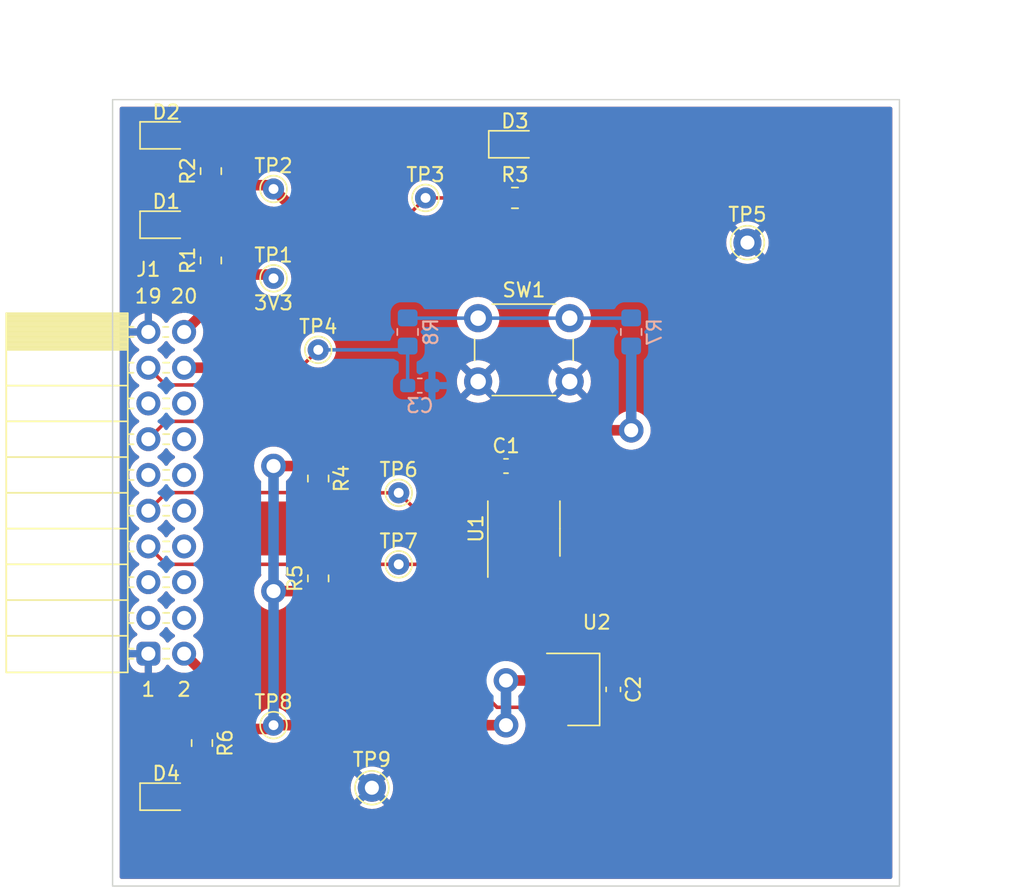
<source format=kicad_pcb>
(kicad_pcb (version 20211014) (generator pcbnew)
  (layers (0 "F.Cu" signal) (31 "B.Cu" signal) (34 "B.Paste" user) (35 "F.Paste" user) (36 "B.SilkS" user "B.Silkscreen") (37 "F.SilkS" user "F.Silkscreen") (38 "B.Mask" user) (39 "F.Mask" user) (44 "Edge.Cuts" user))
  (net 0 "")
  (net 1 "/USER_BTN")
  (net 2 "GND")
  (net 3 "VMCU")
  (net 4 "Net-(D1-Pad2)")
  (net 5 "Net-(D2-Pad2)")
  (net 6 "Net-(D3-Pad2)")
  (net 7 "Net-(D4-Pad2)")
  (net 12 "/SDA")
  (net 14 "/SCL")
  (net 21 "/USER_LED")
  (net 22 "+5V")
  (net 23 "+3V3")
  (net 24 "Net-(R1-Pad2)")
  (footprint "Capacitor_SMD:C_0603_1608Metric_Pad1.08x0.95mm_HandSolder" (layer "F.Cu") (at 86.36 69.215)
    (fp_text reference "C1" (at 0 -1.43) (layer "F.SilkS"))
    (fp_text value "100n")
    (fp_line (start -0.146267 0.51) (end 0.146267 0.51) (layer "F.SilkS") (width 0.12))
    (fp_line (start -0.146267 -0.51) (end 0.146267 -0.51) (layer "F.SilkS") (width 0.12))
    (pad "1" smd roundrect (at -0.8625 0) (size 1.075 0.95) (layers "F.Cu" "F.Paste" "F.Mask") (net 3 "VMCU"))
    (pad "2" smd roundrect (at 0.8625 0) (size 1.075 0.95) (layers "F.Cu" "F.Paste" "F.Mask") (net 2 "GND"))
  )
  (footprint "TestPoint:TestPoint_THTPad_D1.5mm_Drill0.7mm" (layer "F.Cu") (at 73.025 60.96)
    (fp_text reference "TP4" (at 0 -1.648) (layer "F.SilkS"))
    (fp_text value "USER_BTN")
    (fp_circle (center 0 0) (end 0 0.95) (layer "F.SilkS") (width 0.12) (fill none))
    (pad "1" thru_hole circle (at 0 0) (size 1.5 1.5) (drill 0.7) (layers *.Cu *.Mask) (net 1 "/USER_BTN"))
  )
  (footprint "Button_Switch_THT:SW_PUSH_6mm" (layer "F.Cu") (at 84.38 58.71)
    (fp_text reference "SW1" (at 3.25 -2) (layer "F.SilkS"))
    (fp_text value "SW_Push")
    (fp_line (start 6.75 3) (end 6.75 1.5) (layer "F.SilkS") (width 0.12))
    (fp_line (start 5.5 -1) (end 1 -1) (layer "F.SilkS") (width 0.12))
    (fp_line (start -0.25 1.5) (end -0.25 3) (layer "F.SilkS") (width 0.12))
    (fp_line (start 1 5.5) (end 5.5 5.5) (layer "F.SilkS") (width 0.12))
    (pad "1" thru_hole circle (at 6.5 0 90) (size 2 2) (drill 1.1) (layers *.Cu *.Mask) (net 24 "Net-(R1-Pad2)"))
    (pad "1" thru_hole circle (at 0 0 90) (size 2 2) (drill 1.1) (layers *.Cu *.Mask) (net 24 "Net-(R1-Pad2)"))
    (pad "2" thru_hole circle (at 6.5 4.5 90) (size 2 2) (drill 1.1) (layers *.Cu *.Mask) (net 2 "GND"))
    (pad "2" thru_hole circle (at 0 4.5 90) (size 2 2) (drill 1.1) (layers *.Cu *.Mask) (net 2 "GND"))
  )
  (footprint "TestPoint:TestPoint_THTPad_D1.5mm_Drill0.7mm" (layer "F.Cu") (at 69.85 87.63)
    (fp_text reference "TP8" (at 0 -1.648) (layer "F.SilkS"))
    (fp_text value "VMCU")
    (fp_circle (center 0 0) (end 0 0.95) (layer "F.SilkS") (width 0.12) (fill none))
    (pad "1" thru_hole circle (at 0 0) (size 1.5 1.5) (drill 0.7) (layers *.Cu *.Mask) (net 3 "VMCU"))
  )
  (footprint "STK3700_Expansion_board:PinSocket_2x10_P2.54mm_Horizontal_Reversed" (layer "F.Cu") (at 63.5 59.69)
    (fp_text reference "J1" (at -2.54 -4.445) (layer "F.SilkS"))
    (fp_text value "STK3700_Exp_Conn")
    (fp_text user "1" (at -2.54 25.4 unlocked) (layer "F.SilkS"))
    (fp_text user "2" (at 0 25.4 unlocked) (layer "F.SilkS"))
    (fp_text user "20" (at 0 -2.54 unlocked) (layer "F.SilkS"))
    (fp_text user "19" (at -2.54 -2.54 unlocked) (layer "F.SilkS"))
    (fp_line (start -12.63 0.325235) (end -4 0.325235) (layer "F.SilkS") (width 0.12))
    (fp_line (start -12.63 24.19) (end -4 24.19) (layer "F.SilkS") (width 0.12))
    (fp_line (start -12.63 0.67952) (end -4 0.67952) (layer "F.SilkS") (width 0.12))
    (fp_line (start -4 5.44) (end -3.59 5.44) (layer "F.SilkS") (width 0.12))
    (fp_line (start -1.49 2.9) (end -1.05 2.9) (layer "F.SilkS") (width 0.12))
    (fp_line (start -12.63 -0.02905) (end -4 -0.02905) (layer "F.SilkS") (width 0.12))
    (fp_line (start -1.49 4.72) (end -1.05 4.72) (layer "F.SilkS") (width 0.12))
    (fp_line (start -4 19.96) (end -3.59 19.96) (layer "F.SilkS") (width 0.12))
    (fp_line (start -1.49 9.8) (end -1.05 9.8) (layer "F.SilkS") (width 0.12))
    (fp_line (start -1.49 18.14) (end -1.05 18.14) (layer "F.SilkS") (width 0.12))
    (fp_line (start -1.49 -0.36) (end -1.11 -0.36) (layer "F.SilkS") (width 0.12))
    (fp_line (start -1.49 10.52) (end -1.05 10.52) (layer "F.SilkS") (width 0.12))
    (fp_line (start -4 10.52) (end -3.59 10.52) (layer "F.SilkS") (width 0.12))
    (fp_line (start -1.49 22.5) (end -1.05 22.5) (layer "F.SilkS") (width 0.12))
    (fp_line (start -4 7.98) (end -3.59 7.98) (layer "F.SilkS") (width 0.12))
    (fp_line (start -12.63 11.43) (end -4 11.43) (layer "F.SilkS") (width 0.12))
    (fp_line (start -4 22.5) (end -3.59 22.5) (layer "F.SilkS") (width 0.12))
    (fp_line (start -1.49 20.68) (end -1.05 20.68) (layer "F.SilkS") (width 0.12))
    (fp_line (start -12.63 -0.97381) (end -4 -0.97381) (layer "F.SilkS") (width 0.12))
    (fp_line (start -12.63 0.797615) (end -4 0.797615) (layer "F.SilkS") (width 0.12))
    (fp_line (start -4 17.42) (end -3.59 17.42) (layer "F.SilkS") (width 0.12))
    (fp_line (start -1.49 17.42) (end -1.05 17.42) (layer "F.SilkS") (width 0.12))
    (fp_line (start -12.63 0.089045) (end -4 0.089045) (layer "F.SilkS") (width 0.12))
    (fp_line (start -12.63 19.05) (end -4 19.05) (layer "F.SilkS") (width 0.12))
    (fp_line (start -12.63 -1.091905) (end -4 -1.091905) (layer "F.SilkS") (width 0.12))
    (fp_line (start -12.63 8.89) (end -4 8.89) (layer "F.SilkS") (width 0.12))
    (fp_line (start -4 23.22) (end -3.59 23.22) (layer "F.SilkS") (width 0.12))
    (fp_line (start -12.63 6.35) (end -4 6.35) (layer "F.SilkS") (width 0.12))
    (fp_line (start -1.49 7.98) (end -1.05 7.98) (layer "F.SilkS") (width 0.12))
    (fp_line (start -4 2.9) (end -3.59 2.9) (layer "F.SilkS") (width 0.12))
    (fp_line (start -12.63 0.561425) (end -4 0.561425) (layer "F.SilkS") (width 0.12))
    (fp_line (start -1.49 7.26) (end -1.05 7.26) (layer "F.SilkS") (width 0.12))
    (fp_line (start -4 -1.33) (end -4 24.19) (layer "F.SilkS") (width 0.12))
    (fp_line (start -12.63 1.27) (end -4 1.27) (layer "F.SilkS") (width 0.12))
    (fp_line (start -1.49 0.36) (end -1.11 0.36) (layer "F.SilkS") (width 0.12))
    (fp_line (start -12.63 1.1519) (end -4 1.1519) (layer "F.SilkS") (width 0.12))
    (fp_line (start -1.49 15.6) (end -1.05 15.6) (layer "F.SilkS") (width 0.12))
    (fp_line (start -12.63 1.033805) (end -4 1.033805) (layer "F.SilkS") (width 0.12))
    (fp_line (start -1.49 5.44) (end -1.05 5.44) (layer "F.SilkS") (width 0.12))
    (fp_line (start -4 14.88) (end -3.59 14.88) (layer "F.SilkS") (width 0.12))
    (fp_line (start -12.63 -0.383335) (end -4 -0.383335) (layer "F.SilkS") (width 0.12))
    (fp_line (start -4 20.68) (end -3.59 20.68) (layer "F.SilkS") (width 0.12))
    (fp_line (start -4 2.18) (end -3.59 2.18) (layer "F.SilkS") (width 0.12))
    (fp_line (start -4 9.8) (end -3.59 9.8) (layer "F.SilkS") (width 0.12))
    (fp_line (start -12.63 13.97) (end -4 13.97) (layer "F.SilkS") (width 0.12))
    (fp_line (start -1.49 2.18) (end -1.05 2.18) (layer "F.SilkS") (width 0.12))
    (fp_line (start -12.63 -0.147145) (end -4 -0.147145) (layer "F.SilkS") (width 0.12))
    (fp_line (start -12.63 -0.50143) (end -4 -0.50143) (layer "F.SilkS") (width 0.12))
    (fp_line (start -4 13.06) (end -3.59 13.06) (layer "F.SilkS") (width 0.12))
    (fp_line (start -1.49 13.06) (end -1.05 13.06) (layer "F.SilkS") (width 0.12))
    (fp_line (start -1.49 23.22) (end -1.05 23.22) (layer "F.SilkS") (width 0.12))
    (fp_line (start -12.63 0.20714) (end -4 0.20714) (layer "F.SilkS") (width 0.12))
    (fp_line (start -4 18.14) (end -3.59 18.14) (layer "F.SilkS") (width 0.12))
    (fp_line (start -12.63 -1.33) (end -4 -1.33) (layer "F.SilkS") (width 0.12))
    (fp_line (start -4 15.6) (end -3.59 15.6) (layer "F.SilkS") (width 0.12))
    (fp_line (start -4 4.72) (end -3.59 4.72) (layer "F.SilkS") (width 0.12))
    (fp_line (start -12.63 16.51) (end -4 16.51) (layer "F.SilkS") (width 0.12))
    (fp_line (start -12.63 0.91571) (end -4 0.91571) (layer "F.SilkS") (width 0.12))
    (fp_line (start -4 -0.36) (end -3.59 -0.36) (layer "F.SilkS") (width 0.12))
    (fp_line (start -4 7.26) (end -3.59 7.26) (layer "F.SilkS") (width 0.12))
    (fp_line (start -12.63 21.59) (end -4 21.59) (layer "F.SilkS") (width 0.12))
    (fp_line (start -12.63 -0.855715) (end -4 -0.855715) (layer "F.SilkS") (width 0.12))
    (fp_line (start -1.49 19.96) (end -1.05 19.96) (layer "F.SilkS") (width 0.12))
    (fp_line (start -1.49 14.88) (end -1.05 14.88) (layer "F.SilkS") (width 0.12))
    (fp_line (start -12.63 -0.26524) (end -4 -0.26524) (layer "F.SilkS") (width 0.12))
    (fp_line (start -1.49 12.34) (end -1.05 12.34) (layer "F.SilkS") (width 0.12))
    (fp_line (start -12.63 -0.619525) (end -4 -0.619525) (layer "F.SilkS") (width 0.12))
    (fp_line (start -12.63 3.81) (end -4 3.81) (layer "F.SilkS") (width 0.12))
    (fp_line (start -12.63 -1.21) (end -4 -1.21) (layer "F.SilkS") (width 0.12))
    (fp_line (start -12.63 -0.73762) (end -4 -0.73762) (layer "F.SilkS") (width 0.12))
    (fp_line (start -12.63 0.44333) (end -4 0.44333) (layer "F.SilkS") (width 0.12))
    (fp_line (start -12.63 -1.33) (end -12.63 24.19) (layer "F.SilkS") (width 0.12))
    (fp_line (start -4 12.34) (end -3.59 12.34) (layer "F.SilkS") (width 0.12))
    (fp_line (start -4 0.36) (end -3.59 0.36) (layer "F.SilkS") (width 0.12))
    (pad "1" thru_hole roundrect (at -2.54 22.86) (size 1.7 1.7) (drill 1) (layers *.Cu *.Mask) (net 2 "GND"))
    (pad "2" thru_hole oval (at 0 22.86) (size 1.7 1.7) (drill 1) (layers *.Cu *.Mask) (net 3 "VMCU"))
    (pad "3" thru_hole oval (at -2.54 20.32) (size 1.7 1.7) (drill 1) (layers *.Cu *.Mask))
    (pad "4" thru_hole oval (at 0 20.32) (size 1.7 1.7) (drill 1) (layers *.Cu *.Mask))
    (pad "5" thru_hole oval (at -2.54 17.78) (size 1.7 1.7) (drill 1) (layers *.Cu *.Mask))
    (pad "6" thru_hole oval (at 0 17.78) (size 1.7 1.7) (drill 1) (layers *.Cu *.Mask))
    (pad "7" thru_hole oval (at -2.54 15.24) (size 1.7 1.7) (drill 1) (layers *.Cu *.Mask) (net 12 "/SDA"))
    (pad "8" thru_hole oval (at 0 15.24) (size 1.7 1.7) (drill 1) (layers *.Cu *.Mask))
    (pad "9" thru_hole oval (at -2.54 12.7) (size 1.7 1.7) (drill 1) (layers *.Cu *.Mask) (net 14 "/SCL"))
    (pad "10" thru_hole oval (at 0 12.7) (size 1.7 1.7) (drill 1) (layers *.Cu *.Mask))
    (pad "11" thru_hole oval (at -2.54 10.16) (size 1.7 1.7) (drill 1) (layers *.Cu *.Mask))
    (pad "12" thru_hole oval (at 0 10.16) (size 1.7 1.7) (drill 1) (layers *.Cu *.Mask))
    (pad "13" thru_hole oval (at -2.54 7.62) (size 1.7 1.7) (drill 1) (layers *.Cu *.Mask) (net 1 "/USER_BTN"))
    (pad "14" thru_hole oval (at 0 7.62) (size 1.7 1.7) (drill 1) (layers *.Cu *.Mask))
    (pad "15" thru_hole oval (at -2.54 5.08) (size 1.7 1.7) (drill 1) (layers *.Cu *.Mask))
    (pad "16" thru_hole oval (at 0 5.08) (size 1.7 1.7) (drill 1) (layers *.Cu *.Mask))
    (pad "17" thru_hole oval (at -2.54 2.54) (size 1.7 1.7) (drill 1) (layers *.Cu *.Mask) (net 21 "/USER_LED"))
    (pad "18" thru_hole oval (at 0 2.54) (size 1.7 1.7) (drill 1) (layers *.Cu *.Mask) (net 22 "+5V"))
    (pad "19" thru_hole oval (at -2.54 0) (size 1.7 1.7) (drill 1) (layers *.Cu *.Mask) (net 2 "GND"))
    (pad "20" thru_hole circle (at 0 0) (size 1.7 1.7) (drill 1) (layers *.Cu *.Mask) (net 23 "+3V3"))
  )
  (footprint "Resistor_SMD:R_0805_2012Metric_Pad1.20x1.40mm_HandSolder" (layer "F.Cu") (at 65.405 48.26 90)
    (fp_text reference "R2" (at 0 -1.65 90) (layer "F.SilkS"))
    (fp_text value "1k5")
    (fp_line (start -0.227064 0.735) (end 0.227064 0.735) (layer "F.SilkS") (width 0.12))
    (fp_line (start -0.227064 -0.735) (end 0.227064 -0.735) (layer "F.SilkS") (width 0.12))
    (pad "1" smd roundrect (at -1 0 90) (size 1.2 1.4) (layers "F.Cu" "F.Paste" "F.Mask") (roundrect_rratio 0.2083333333) (net 22 "+5V"))
    (pad "2" smd roundrect (at 1 0 90) (size 1.2 1.4) (layers "F.Cu" "F.Paste" "F.Mask") (roundrect_rratio 0.2083333333) (net 5 "Net-(D2-Pad2)"))
  )
  (footprint "TestPoint:TestPoint_THTPad_D1.5mm_Drill0.7mm" (layer "F.Cu") (at 80.645 50.165)
    (fp_text reference "TP3" (at 0 -1.648) (layer "F.SilkS"))
    (fp_text value "USER_LED")
    (fp_circle (center 0 0) (end 0 0.95) (layer "F.SilkS") (width 0.12) (fill none))
    (pad "1" thru_hole circle (at 0 0) (size 1.5 1.5) (drill 0.7) (layers *.Cu *.Mask) (net 21 "/USER_LED"))
  )
  (footprint "TestPoint:TestPoint_THTPad_D1.5mm_Drill0.7mm" (layer "F.Cu") (at 78.74 76.2)
    (fp_text reference "TP7" (at 0 -1.648) (layer "F.SilkS"))
    (fp_text value "SDA")
    (fp_circle (center 0 0) (end 0 0.95) (layer "F.SilkS") (width 0.12) (fill none))
    (pad "1" thru_hole circle (at 0 0) (size 1.5 1.5) (drill 0.7) (layers *.Cu *.Mask) (net 12 "/SDA"))
  )
  (footprint "LED_SMD:LED_0805_2012Metric_Pad1.15x1.40mm_HandSolder" (layer "F.Cu") (at 62.23 92.71)
    (fp_text reference "D4" (at 0 -1.65) (layer "F.SilkS"))
    (fp_text value "Green")
    (fp_line (start -1.86 0.96) (end 1 0.96) (layer "F.SilkS") (width 0.12))
    (fp_line (start 1 -0.96) (end -1.86 -0.96) (layer "F.SilkS") (width 0.12))
    (fp_line (start -1.86 -0.96) (end -1.86 0.96) (layer "F.SilkS") (width 0.12))
    (pad "1" smd roundrect (at -1.025 0) (size 1.15 1.4) (layers "F.Cu" "F.Paste" "F.Mask") (roundrect_rratio 0.2173913043) (net 2 "GND"))
    (pad "2" smd roundrect (at 1.025 0) (size 1.15 1.4) (layers "F.Cu" "F.Paste" "F.Mask") (roundrect_rratio 0.2173913043) (net 7 "Net-(D4-Pad2)"))
  )
  (footprint "LED_SMD:LED_0805_2012Metric_Pad1.15x1.40mm_HandSolder" (layer "F.Cu") (at 62.23 52.07)
    (fp_text reference "D1" (at 0 -1.65) (layer "F.SilkS"))
    (fp_text value "Yellow")
    (fp_line (start -1.86 0.96) (end 1 0.96) (layer "F.SilkS") (width 0.12))
    (fp_line (start -1.86 -0.96) (end -1.86 0.96) (layer "F.SilkS") (width 0.12))
    (fp_line (start 1 -0.96) (end -1.86 -0.96) (layer "F.SilkS") (width 0.12))
    (pad "1" smd roundrect (at -1.025 0) (size 1.15 1.4) (layers "F.Cu" "F.Paste" "F.Mask") (roundrect_rratio 0.2173913043) (net 2 "GND"))
    (pad "2" smd roundrect (at 1.025 0) (size 1.15 1.4) (layers "F.Cu" "F.Paste" "F.Mask") (roundrect_rratio 0.2173913043) (net 6 "Net-(D3-Pad2)"))
  )
  (footprint "TestPoint:TestPoint_THTPad_D2.0mm_Drill1.0mm" (layer "F.Cu") (at 103.505 53.34)
    (fp_text reference "TP5" (at 0 -1.998) (layer "F.SilkS"))
    (fp_text value "GND")
    (fp_circle (center 0 0) (end 0 1.2) (layer "F.SilkS") (width 0.12) (fill none))
    (pad "1" thru_hole circle (at 0 0) (size 2 2) (drill 1) (layers *.Cu *.Mask) (net 2 "GND"))
  )
  (footprint "Resistor_SMD:R_0805_2012Metric_Pad1.20x1.40mm_HandSolder" (layer "F.Cu") (at 73.025 77.2 90)
    (fp_text reference "R5" (at 0 -1.65 90) (layer "F.SilkS"))
    (fp_text value "4k7")
    (fp_line (start -0.227064 0.735) (end 0.227064 0.735) (layer "F.SilkS") (width 0.12))
    (fp_line (start -0.227064 -0.735) (end 0.227064 -0.735) (layer "F.SilkS") (width 0.12))
    (pad "1" smd roundrect (at -1 0 90) (size 1.2 1.4) (layers "F.Cu" "F.Paste" "F.Mask") (roundrect_rratio 0.2083333333) (net 3 "VMCU"))
    (pad "2" smd roundrect (at 1 0 90) (size 1.2 1.4) (layers "F.Cu" "F.Paste" "F.Mask") (roundrect_rratio 0.2083333333) (net 12 "/SDA"))
  )
  (footprint "TestPoint:TestPoint_THTPad_D1.5mm_Drill0.7mm" (layer "F.Cu") (at 69.85 49.53)
    (fp_text reference "TP2" (at 0 -1.648) (layer "F.SilkS"))
    (fp_text value "5V")
    (fp_circle (center 0 0) (end 0 0.95) (layer "F.SilkS") (width 0.12) (fill none))
    (pad "1" thru_hole circle (at 0 0) (size 1.5 1.5) (drill 0.7) (layers *.Cu *.Mask) (net 22 "+5V"))
  )
  (footprint "TestPoint:TestPoint_THTPad_D1.5mm_Drill0.7mm" (layer "F.Cu") (at 69.85 55.88)
    (fp_text reference "TP1" (at 0 -1.648) (layer "F.SilkS"))
    (fp_text value "3V3" (at 0 1.75) (layer "F.SilkS"))
    (fp_circle (center 0 0) (end 0 0.95) (layer "F.SilkS") (width 0.12) (fill none))
    (pad "1" thru_hole circle (at 0 0) (size 1.5 1.5) (drill 0.7) (layers *.Cu *.Mask) (net 23 "+3V3"))
  )
  (footprint "Capacitor_SMD:C_0603_1608Metric_Pad1.08x0.95mm_HandSolder" (layer "F.Cu") (at 93.98 85.09 -90)
    (fp_text reference "C2" (at 0 -1.43 90) (layer "F.SilkS"))
    (fp_text value "100n")
    (fp_line (start -0.146267 0.51) (end 0.146267 0.51) (layer "F.SilkS") (width 0.12))
    (fp_line (start -0.146267 -0.51) (end 0.146267 -0.51) (layer "F.SilkS") (width 0.12))
    (pad "1" smd roundrect (at -0.8625 0 270) (size 1.075 0.95) (layers "F.Cu" "F.Paste" "F.Mask") (net 3 "VMCU"))
    (pad "2" smd roundrect (at 0.8625 0 270) (size 1.075 0.95) (layers "F.Cu" "F.Paste" "F.Mask") (net 2 "GND"))
  )
  (footprint "Package_SO:SO-8_3.9x4.9mm_P1.27mm" (layer "F.Cu") (at 87.63 73.66 90)
    (fp_text reference "U1" (at 0 -3.4 90) (layer "F.SilkS"))
    (fp_text value "LM75C")
    (fp_line (start 0 -2.56) (end -3.45 -2.56) (layer "F.SilkS") (width 0.12))
    (fp_line (start 0 2.56) (end 1.95 2.56) (layer "F.SilkS") (width 0.12))
    (fp_line (start 0 2.56) (end -1.95 2.56) (layer "F.SilkS") (width 0.12))
    (fp_line (start 0 -2.56) (end 1.95 -2.56) (layer "F.SilkS") (width 0.12))
    (pad "1" smd roundrect (at -2.575 -1.905 90) (size 1.75 0.6) (layers "F.Cu" "F.Paste" "F.Mask") (net 12 "/SDA"))
    (pad "2" smd roundrect (at -2.575 -0.635 90) (size 1.75 0.6) (layers "F.Cu" "F.Paste" "F.Mask") (net 14 "/SCL"))
    (pad "3" smd roundrect (at -2.575 0.635 90) (size 1.75 0.6) (layers "F.Cu" "F.Paste" "F.Mask"))
    (pad "4" smd roundrect (at -2.575 1.905 90) (size 1.75 0.6) (layers "F.Cu" "F.Paste" "F.Mask") (net 2 "GND"))
    (pad "5" smd roundrect (at 2.575 1.905 90) (size 1.75 0.6) (layers "F.Cu" "F.Paste" "F.Mask") (net 2 "GND"))
    (pad "6" smd roundrect (at 2.575 0.635 90) (size 1.75 0.6) (layers "F.Cu" "F.Paste" "F.Mask") (net 2 "GND"))
    (pad "7" smd roundrect (at 2.575 -0.635 90) (size 1.75 0.6) (layers "F.Cu" "F.Paste" "F.Mask") (net 2 "GND"))
    (pad "8" smd roundrect (at 2.575 -1.905 90) (size 1.75 0.6) (layers "F.Cu" "F.Paste" "F.Mask") (net 3 "VMCU"))
  )
  (footprint "LED_SMD:LED_0805_2012Metric_Pad1.15x1.40mm_HandSolder" (layer "F.Cu") (at 86.995 46.355)
    (fp_text reference "D3" (at 0 -1.65) (layer "F.SilkS"))
    (fp_text value "Yellow")
    (fp_line (start -1.86 -0.96) (end -1.86 0.96) (layer "F.SilkS") (width 0.12))
    (fp_line (start -1.86 0.96) (end 1 0.96) (layer "F.SilkS") (width 0.12))
    (fp_line (start 1 -0.96) (end -1.86 -0.96) (layer "F.SilkS") (width 0.12))
    (pad "1" smd roundrect (at -1.025 0) (size 1.15 1.4) (layers "F.Cu" "F.Paste" "F.Mask") (roundrect_rratio 0.2173913043) (net 2 "GND"))
    (pad "2" smd roundrect (at 1.025 0) (size 1.15 1.4) (layers "F.Cu" "F.Paste" "F.Mask") (roundrect_rratio 0.2173913043) (net 4 "Net-(D1-Pad2)"))
  )
  (footprint "Resistor_SMD:R_0805_2012Metric_Pad1.20x1.40mm_HandSolder" (layer "F.Cu") (at 65.405 54.61 90)
    (fp_text reference "R1" (at 0 -1.65 90) (layer "F.SilkS"))
    (fp_text value "680")
    (fp_line (start -0.227064 -0.735) (end 0.227064 -0.735) (layer "F.SilkS") (width 0.12))
    (fp_line (start -0.227064 0.735) (end 0.227064 0.735) (layer "F.SilkS") (width 0.12))
    (pad "1" smd roundrect (at -1 0 90) (size 1.2 1.4) (layers "F.Cu" "F.Paste" "F.Mask") (roundrect_rratio 0.2083333333) (net 23 "+3V3"))
    (pad "2" smd roundrect (at 1 0 90) (size 1.2 1.4) (layers "F.Cu" "F.Paste" "F.Mask") (roundrect_rratio 0.2083333333) (net 6 "Net-(D3-Pad2)"))
  )
  (footprint "TestPoint:TestPoint_THTPad_D1.5mm_Drill0.7mm" (layer "F.Cu") (at 78.74 71.12)
    (fp_text reference "TP6" (at 0 -1.648) (layer "F.SilkS"))
    (fp_text value "SCL")
    (fp_circle (center 0 0) (end 0 0.95) (layer "F.SilkS") (width 0.12) (fill none))
    (pad "1" thru_hole circle (at 0 0) (size 1.5 1.5) (drill 0.7) (layers *.Cu *.Mask) (net 14 "/SCL"))
  )
  (footprint "TestPoint:TestPoint_THTPad_D2.0mm_Drill1.0mm" (layer "F.Cu") (at 76.835 92.075)
    (fp_text reference "TP9" (at 0 -1.998) (layer "F.SilkS"))
    (fp_text value "GND")
    (fp_circle (center 0 0) (end 0 1.2) (layer "F.SilkS") (width 0.12) (fill none))
    (pad "1" thru_hole circle (at 0 0) (size 2 2) (drill 1) (layers *.Cu *.Mask) (net 2 "GND"))
  )
  (footprint "Resistor_SMD:R_0805_2012Metric_Pad1.20x1.40mm_HandSolder" (layer "F.Cu") (at 64.77 88.9 -90)
    (fp_text reference "R6" (at 0 -1.65 90) (layer "F.SilkS"))
    (fp_text value "680")
    (fp_line (start -0.227064 0.735) (end 0.227064 0.735) (layer "F.SilkS") (width 0.12))
    (fp_line (start -0.227064 -0.735) (end 0.227064 -0.735) (layer "F.SilkS") (width 0.12))
    (pad "1" smd roundrect (at -1 0 270) (size 1.2 1.4) (layers "F.Cu" "F.Paste" "F.Mask") (roundrect_rratio 0.2083333333) (net 3 "VMCU"))
    (pad "2" smd roundrect (at 1 0 270) (size 1.2 1.4) (layers "F.Cu" "F.Paste" "F.Mask") (roundrect_rratio 0.2083333333) (net 7 "Net-(D4-Pad2)"))
  )
  (footprint "STK3700_Expansion_board:VEML7700_Top_View" (layer "F.Cu") (at 92.71 85.09)
    (fp_text reference "U2" (at 0.09 -4.77) (layer "F.SilkS"))
    (fp_text value "VEML7700")
    (fp_line (start 0.3 -2.56) (end 0.3 2.56) (layer "F.SilkS") (width 0.12))
    (fp_line (start 0.3 2.56) (end -1.95 2.56) (layer "F.SilkS") (width 0.12))
    (fp_line (start 0.3 -2.56) (end -3.45 -2.56) (layer "F.SilkS") (width 0.12))
    (pad "1" smd rect (at -2.575 -1.905) (size 2 0.7) (layers "F.Cu" "F.Paste" "F.Mask") (net 14 "/SCL"))
    (pad "2" smd roundrect (at -2.575 -0.635) (size 2 0.7) (layers "F.Cu" "F.Paste" "F.Mask") (net 3 "VMCU"))
    (pad "3" smd roundrect (at -2.575 0.635) (size 2 0.7) (layers "F.Cu" "F.Paste" "F.Mask") (net 2 "GND"))
    (pad "4" smd roundrect (at -2.575 1.905) (size 2 0.7) (layers "F.Cu" "F.Paste" "F.Mask") (net 12 "/SDA"))
  )
  (footprint "Resistor_SMD:R_0805_2012Metric_Pad1.20x1.40mm_HandSolder" (layer "F.Cu") (at 73.025 70.104 -90)
    (fp_text reference "R4" (at 0 -1.65 90) (layer "F.SilkS"))
    (fp_text value "4k7")
    (fp_line (start -0.227064 -0.735) (end 0.227064 -0.735) (layer "F.SilkS") (width 0.12))
    (fp_line (start -0.227064 0.735) (end 0.227064 0.735) (layer "F.SilkS") (width 0.12))
    (pad "1" smd roundrect (at -1 0 270) (size 1.2 1.4) (layers "F.Cu" "F.Paste" "F.Mask") (roundrect_rratio 0.2083333333) (net 3 "VMCU"))
    (pad "2" smd roundrect (at 1 0 270) (size 1.2 1.4) (layers "F.Cu" "F.Paste" "F.Mask") (roundrect_rratio 0.2083333333) (net 14 "/SCL"))
  )
  (footprint "LED_SMD:LED_0805_2012Metric_Pad1.15x1.40mm_HandSolder" (layer "F.Cu") (at 62.23 45.72)
    (fp_text reference "D2" (at 0 -1.65) (layer "F.SilkS"))
    (fp_text value "Red")
    (fp_line (start -1.86 0.96) (end 1 0.96) (layer "F.SilkS") (width 0.12))
    (fp_line (start -1.86 -0.96) (end -1.86 0.96) (layer "F.SilkS") (width 0.12))
    (fp_line (start 1 -0.96) (end -1.86 -0.96) (layer "F.SilkS") (width 0.12))
    (pad "1" smd roundrect (at -1.025 0) (size 1.15 1.4) (layers "F.Cu" "F.Paste" "F.Mask") (roundrect_rratio 0.2173913043) (net 2 "GND"))
    (pad "2" smd roundrect (at 1.025 0) (size 1.15 1.4) (layers "F.Cu" "F.Paste" "F.Mask") (roundrect_rratio 0.2173913043) (net 5 "Net-(D2-Pad2)"))
  )
  (footprint "Resistor_SMD:R_0805_2012Metric_Pad1.20x1.40mm_HandSolder" (layer "F.Cu") (at 86.995 50.165)
    (fp_text reference "R3" (at 0 -1.65) (layer "F.SilkS"))
    (fp_text value "680")
    (fp_line (start -0.227064 -0.735) (end 0.227064 -0.735) (layer "F.SilkS") (width 0.12))
    (fp_line (start -0.227064 0.735) (end 0.227064 0.735) (layer "F.SilkS") (width 0.12))
    (pad "1" smd roundrect (at -1 0) (size 1.2 1.4) (layers "F.Cu" "F.Paste" "F.Mask") (roundrect_rratio 0.2083333333) (net 21 "/USER_LED"))
    (pad "2" smd roundrect (at 1 0) (size 1.2 1.4) (layers "F.Cu" "F.Paste" "F.Mask") (roundrect_rratio 0.2083333333) (net 4 "Net-(D1-Pad2)"))
  )
  (footprint "Resistor_SMD:R_0805_2012Metric_Pad1.20x1.40mm_HandSolder" (layer "B.Cu") (at 79.375 59.69 90)
    (fp_text reference "R8" (at 0 1.65 90) (layer "B.SilkS") (effects (justify mirror)))
    (fp_text value "100")
    (fp_line (start -0.227064 0.735) (end 0.227064 0.735) (layer "B.SilkS") (width 0.12))
    (fp_line (start -0.227064 -0.735) (end 0.227064 -0.735) (layer "B.SilkS") (width 0.12))
    (pad "1" smd roundrect (at -1 0 90) (size 1.2 1.4) (layers "B.Cu" "B.Paste" "B.Mask") (roundrect_rratio 0.2083333333) (net 1 "/USER_BTN"))
    (pad "2" smd roundrect (at 1 0 90) (size 1.2 1.4) (layers "B.Cu" "B.Paste" "B.Mask") (roundrect_rratio 0.2083333333) (net 24 "Net-(R1-Pad2)"))
  )
  (footprint "Capacitor_SMD:C_0603_1608Metric_Pad1.08x0.95mm_HandSolder" (layer "B.Cu") (at 80.2375 63.5)
    (fp_text reference "C3" (at 0 1.43) (layer "B.SilkS") (effects (justify mirror)))
    (fp_text value "100n")
    (fp_line (start -0.146267 0.51) (end 0.146267 0.51) (layer "B.SilkS") (width 0.12))
    (fp_line (start -0.146267 -0.51) (end 0.146267 -0.51) (layer "B.SilkS") (width 0.12))
    (pad "1" smd roundrect (at -0.8625 0) (size 1.075 0.95) (layers "B.Cu" "B.Paste" "B.Mask") (net 1 "/USER_BTN"))
    (pad "2" smd roundrect (at 0.8625 0) (size 1.075 0.95) (layers "B.Cu" "B.Paste" "B.Mask") (net 2 "GND"))
  )
  (footprint "Resistor_SMD:R_0805_2012Metric_Pad1.20x1.40mm_HandSolder" (layer "B.Cu") (at 95.25 59.69 90)
    (fp_text reference "R7" (at 0 1.65 90) (layer "B.SilkS") (effects (justify mirror)))
    (fp_text value "100k")
    (fp_line (start -0.227064 0.735) (end 0.227064 0.735) (layer "B.SilkS") (width 0.12))
    (fp_line (start -0.227064 -0.735) (end 0.227064 -0.735) (layer "B.SilkS") (width 0.12))
    (pad "1" smd roundrect (at -1 0 90) (size 1.2 1.4) (layers "B.Cu" "B.Paste" "B.Mask") (roundrect_rratio 0.2083333333) (net 3 "VMCU"))
    (pad "2" smd roundrect (at 1 0 90) (size 1.2 1.4) (layers "B.Cu" "B.Paste" "B.Mask") (roundrect_rratio 0.2083333333) (net 24 "Net-(R1-Pad2)"))
  )
  (gr_rect (start 58.42 43.18) (end 114.3 99.06) (layer "Edge.Cuts") (width 0.1) (fill none))
  (segment (start 62.23 66.04) (end 67.945 66.04) (width 0.25) (layer "F.Cu") (net 1))
  (segment (start 60.96 67.31) (end 62.23 66.04) (width 0.25) (layer "F.Cu") (net 1))
  (segment (start 67.945 66.04) (end 73.025 60.96) (width 0.25) (layer "F.Cu") (net 1))
  (segment (start 79.375 60.69) (end 79.375 63.5) (width 0.25) (layer "B.Cu") (net 1))
  (segment (start 79.105 60.96) (end 73.025 60.96) (width 0.25) (layer "B.Cu") (net 1))
  (segment (start 79.375 60.69) (end 79.105 60.96) (width 0.25) (layer "B.Cu") (net 1))
  (segment (start 85.4975 69.215) (end 85.4975 69.182741) (width 0.75) (layer "F.Cu") (net 3))
  (segment (start 69.58 87.9) (end 69.85 87.63) (width 0.75) (layer "F.Cu") (net 3))
  (segment (start 93.7525 84.455) (end 93.98 84.2275) (width 0.75) (layer "F.Cu") (net 3))
  (segment (start 85.4975 69.182741) (end 88.005241 66.675) (width 0.75) (layer "F.Cu") (net 3))
  (segment (start 73.025 69.104) (end 85.3865 69.104) (width 0.75) (layer "F.Cu") (net 3))
  (segment (start 64.77 87.9) (end 64.77 83.82) (width 0.75) (layer "F.Cu") (net 3))
  (segment (start 85.725 69.4425) (end 85.4975 69.215) (width 0.75) (layer "F.Cu") (net 3))
  (segment (start 85.3865 69.104) (end 85.4975 69.215) (width 0.75) (layer "F.Cu") (net 3))
  (segment (start 64.77 87.9) (end 69.58 87.9) (width 0.75) (layer "F.Cu") (net 3))
  (segment (start 72.914 69.215) (end 73.025 69.104) (width 0.75) (layer "F.Cu") (net 3))
  (segment (start 88.005241 66.675) (end 95.25 66.675) (width 0.75) (layer "F.Cu") (net 3))
  (segment (start 69.85 69.215) (end 72.914 69.215) (width 0.75) (layer "F.Cu") (net 3))
  (segment (start 90.135 84.455) (end 93.7525 84.455) (width 0.75) (layer "F.Cu") (net 3))
  (segment (start 64.77 83.82) (end 63.5 82.55) (width 0.75) (layer "F.Cu") (net 3))
  (segment (start 86.36 84.455) (end 90.135 84.455) (width 0.75) (layer "F.Cu") (net 3))
  (segment (start 72.93 78.105) (end 73.025 78.2) (width 0.75) (layer "F.Cu") (net 3))
  (segment (start 85.725 71.085) (end 85.725 69.4425) (width 0.75) (layer "F.Cu") (net 3))
  (segment (start 69.85 87.63) (end 86.36 87.63) (width 0.75) (layer "F.Cu") (net 3))
  (segment (start 69.85 78.105) (end 72.93 78.105) (width 0.75) (layer "F.Cu") (net 3))
  (via (at 86.36 87.63) (size 1.75) (drill 1) (layers "F.Cu" "B.Cu") (net 3))
  (via (at 69.85 69.215) (size 1.75) (drill 1) (layers "F.Cu" "B.Cu") (net 3))
  (via (at 69.85 78.105) (size 1.75) (drill 1) (layers "F.Cu" "B.Cu") (net 3))
  (via (at 95.25 66.675) (size 1.75) (drill 1) (layers "F.Cu" "B.Cu") (net 3))
  (via (at 86.36 84.455) (size 1.75) (drill 1) (layers "F.Cu" "B.Cu") (net 3))
  (segment (start 95.25 66.675) (end 95.25 60.69) (width 0.75) (layer "B.Cu") (net 3))
  (segment (start 86.36 87.63) (end 86.36 84.455) (width 0.75) (layer "B.Cu") (net 3))
  (segment (start 69.85 78.105) (end 69.85 69.215) (width 0.75) (layer "B.Cu") (net 3))
  (segment (start 69.85 87.63) (end 69.85 78.105) (width 0.75) (layer "B.Cu") (net 3))
  (segment (start 87.995 50.165) (end 87.995 46.38) (width 0.25) (layer "F.Cu") (net 4))
  (segment (start 87.995 46.38) (end 88.02 46.355) (width 0.25) (layer "F.Cu") (net 4))
  (segment (start 63.865 45.72) (end 63.255 45.72) (width 0.25) (layer "F.Cu") (net 5))
  (segment (start 65.405 47.26) (end 63.865 45.72) (width 0.25) (layer "F.Cu") (net 5))
  (segment (start 63.865 52.07) (end 65.405 53.61) (width 0.25) (layer "F.Cu") (net 6))
  (segment (start 63.255 52.07) (end 63.865 52.07) (width 0.25) (layer "F.Cu") (net 6))
  (segment (start 64.77 91.195) (end 64.77 89.9) (width 0.25) (layer "F.Cu") (net 7))
  (segment (start 63.255 92.71) (end 64.77 91.195) (width 0.25) (layer "F.Cu") (net 7))
  (segment (start 62.23 76.2) (end 73.025 76.2) (width 0.25) (layer "F.Cu") (net 12))
  (segment (start 84.455 83.82) (end 84.455 85.09) (width 0.25) (layer "F.Cu") (net 12))
  (segment (start 84.455 85.09) (end 85.725 86.36) (width 0.25) (layer "F.Cu") (net 12))
  (segment (start 85.69 76.2) (end 85.725 76.235) (width 0.25) (layer "F.Cu") (net 12))
  (segment (start 85.725 82.55) (end 84.455 83.82) (width 0.25) (layer "F.Cu") (net 12))
  (segment (start 85.725 86.36) (end 88.265 86.36) (width 0.25) (layer "F.Cu") (net 12))
  (segment (start 60.96 74.93) (end 62.23 76.2) (width 0.25) (layer "F.Cu") (net 12))
  (segment (start 88.265 86.36) (end 88.9 86.995) (width 0.25) (layer "F.Cu") (net 12))
  (segment (start 73.025 76.2) (end 78.74 76.2) (width 0.25) (layer "F.Cu") (net 12))
  (segment (start 78.74 76.2) (end 85.69 76.2) (width 0.25) (layer "F.Cu") (net 12))
  (segment (start 85.725 76.235) (end 85.725 82.55) (width 0.25) (layer "F.Cu") (net 12))
  (segment (start 90.135 86.995) (end 88.9 86.995) (width 0.25) (layer "F.Cu") (net 12))
  (segment (start 62.246 71.104) (end 73.025 71.104) (width 0.25) (layer "F.Cu") (net 14))
  (segment (start 78.74 71.12) (end 81.28 73.66) (width 0.25) (layer "F.Cu") (net 14))
  (segment (start 73.025 71.104) (end 73.041 71.12) (width 0.25) (layer "F.Cu") (net 14))
  (segment (start 86.995 74.295) (end 86.995 76.235) (width 0.25) (layer "F.Cu") (net 14))
  (segment (start 81.28 73.66) (end 86.36 73.66) (width 0.25) (layer "F.Cu") (net 14))
  (segment (start 86.995 76.235) (end 86.995 78.105) (width 0.25) (layer "F.Cu") (net 14))
  (segment (start 60.96 72.39) (end 62.246 71.104) (width 0.25) (layer "F.Cu") (net 14))
  (segment (start 73.041 71.12) (end 78.74 71.12) (width 0.25) (layer "F.Cu") (net 14))
  (segment (start 90.135 81.245) (end 86.995 78.105) (width 0.25) (layer "F.Cu") (net 14))
  (segment (start 86.36 73.66) (end 86.995 74.295) (width 0.25) (layer "F.Cu") (net 14))
  (segment (start 90.135 83.185) (end 90.135 81.245) (width 0.25) (layer "F.Cu") (net 14))
  (segment (start 80.645 50.165) (end 85.995 50.165) (width 0.25) (layer "F.Cu") (net 21))
  (segment (start 60.96 62.23) (end 62.185 63.455) (width 0.25) (layer "F.Cu") (net 21))
  (segment (start 67.355 63.455) (end 80.645 50.165) (width 0.25) (layer "F.Cu") (net 21))
  (segment (start 62.185 63.455) (end 67.355 63.455) (width 0.25) (layer "F.Cu") (net 21))
  (segment (start 72.39 56.154287) (end 72.39 52.07) (width 0.75) (layer "F.Cu") (net 22))
  (segment (start 63.5 62.23) (end 66.314287 62.23) (width 0.75) (layer "F.Cu") (net 22))
  (segment (start 72.39 52.07) (end 69.85 49.53) (width 0.75) (layer "F.Cu") (net 22))
  (segment (start 66.314287 62.23) (end 72.39 56.154287) (width 0.75) (layer "F.Cu") (net 22))
  (segment (start 69.58 49.26) (end 69.85 49.53) (width 0.75) (layer "F.Cu") (net 22))
  (segment (start 65.405 49.26) (end 69.58 49.26) (width 0.75) (layer "F.Cu") (net 22))
  (segment (start 65.405 55.61) (end 65.405 57.785) (width 0.75) (layer "F.Cu") (net 23))
  (segment (start 65.405 55.61) (end 69.58 55.61) (width 0.75) (layer "F.Cu") (net 23))
  (segment (start 65.405 57.785) (end 63.5 59.69) (width 0.75) (layer "F.Cu") (net 23))
  (segment (start 69.58 55.61) (end 69.85 55.88) (width 0.75) (layer "F.Cu") (net 23))
  (segment (start 95.25 58.69) (end 95.23 58.71) (width 0.25) (layer "B.Cu") (net 24))
  (segment (start 79.395 58.71) (end 79.375 58.69) (width 0.25) (layer "B.Cu") (net 24))
  (segment (start 95.23 58.71) (end 90.88 58.71) (width 0.25) (layer "B.Cu") (net 24))
  (segment (start 84.38 58.71) (end 79.395 58.71) (width 0.25) (layer "B.Cu") (net 24))
  (segment (start 90.88 58.71) (end 84.38 58.71) (width 0.25) (layer "B.Cu") (net 24))
  (zone (net 2) (net_name "GND") (layers F&B.Cu) (connect_pads (clearance 0.508)) (min_thickness 0.254) (fill yes (thermal_gap 0.508) (thermal_bridge_width 0.508) (island_removal_mode 1) (island_area_min 0))
    (polygon (pts (xy 114.3 99.06) (xy 58.42 99.06) (xy 58.42 43.18) (xy 114.3 43.18)))
  )
)
</source>
